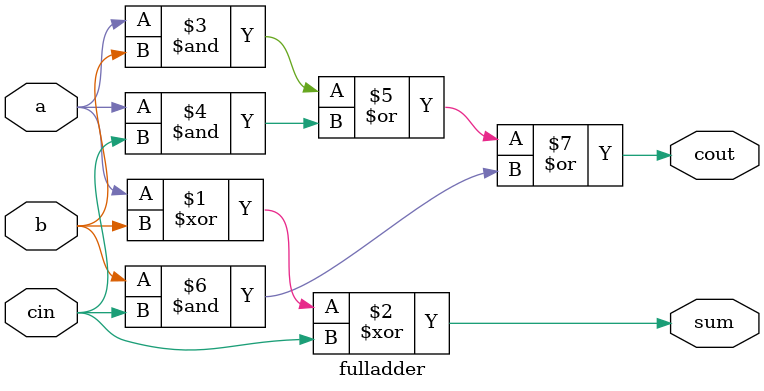
<source format=v>
`timescale 1ns / 1ps
module fulladder(
    input a,
    input b,
    input cin,
    output sum,
    output cout
    );
	
	assign sum=a^b^cin;
	assign cout=(a&b)|(a&cin)|(b&cin);

endmodule

</source>
